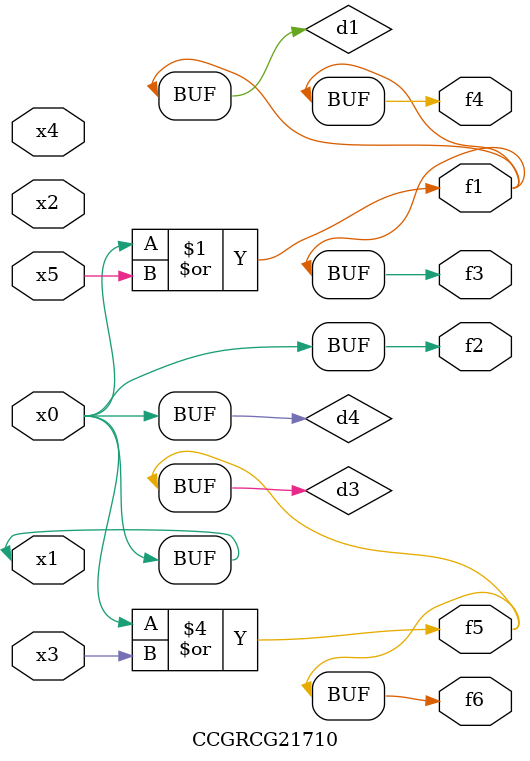
<source format=v>
module CCGRCG21710(
	input x0, x1, x2, x3, x4, x5,
	output f1, f2, f3, f4, f5, f6
);

	wire d1, d2, d3, d4;

	or (d1, x0, x5);
	xnor (d2, x1, x4);
	or (d3, x0, x3);
	buf (d4, x0, x1);
	assign f1 = d1;
	assign f2 = d4;
	assign f3 = d1;
	assign f4 = d1;
	assign f5 = d3;
	assign f6 = d3;
endmodule

</source>
